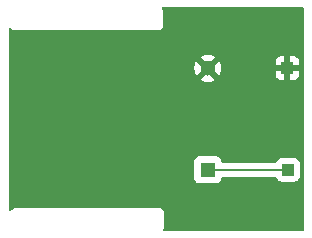
<source format=gbr>
%TF.GenerationSoftware,KiCad,Pcbnew,9.0.4*%
%TF.CreationDate,2026-01-08T18:44:24+01:00*%
%TF.ProjectId,Piezo_Energy_Harvester,5069657a-6f5f-4456-9e65-7267795f4861,rev?*%
%TF.SameCoordinates,Original*%
%TF.FileFunction,Copper,L2,Bot*%
%TF.FilePolarity,Positive*%
%FSLAX46Y46*%
G04 Gerber Fmt 4.6, Leading zero omitted, Abs format (unit mm)*
G04 Created by KiCad (PCBNEW 9.0.4) date 2026-01-08 18:44:24*
%MOMM*%
%LPD*%
G01*
G04 APERTURE LIST*
%TA.AperFunction,SMDPad,CuDef*%
%ADD10R,1.000000X1.000000*%
%TD*%
%TA.AperFunction,ComponentPad*%
%ADD11R,1.300000X1.300000*%
%TD*%
%TA.AperFunction,ComponentPad*%
%ADD12C,1.300000*%
%TD*%
%TA.AperFunction,ViaPad*%
%ADD13C,0.600000*%
%TD*%
%TA.AperFunction,Conductor*%
%ADD14C,0.200000*%
%TD*%
G04 APERTURE END LIST*
D10*
%TO.P,,3,Pin_1*%
%TO.N,+3.3V*%
X172950000Y-106100000D03*
%TD*%
D11*
%TO.P,C5,1*%
%TO.N,+3.3V*%
X166170000Y-106110000D03*
D12*
%TO.P,C5,2*%
%TO.N,GND*%
X166170000Y-97510000D03*
%TD*%
D10*
%TO.P,,4,Pin_1*%
%TO.N,GND*%
X172900000Y-97500000D03*
%TD*%
D13*
%TO.N,GND*%
X163700000Y-99100000D03*
X157050000Y-97750000D03*
X157600000Y-96900000D03*
X156700000Y-96650000D03*
X157450000Y-100300000D03*
X158700000Y-108250000D03*
X168900000Y-95400000D03*
X164600000Y-107750000D03*
X164700000Y-94400000D03*
X159050000Y-107250000D03*
X156800000Y-104150000D03*
X163250000Y-102650000D03*
X161600000Y-100750000D03*
X166650000Y-101400000D03*
X156900000Y-101450000D03*
X169750000Y-99800000D03*
X161750000Y-105400000D03*
X162850000Y-106500000D03*
X160250000Y-99850000D03*
X155950000Y-99950000D03*
X161500000Y-98900000D03*
X150300000Y-101000000D03*
X159450000Y-106400000D03*
X150050000Y-99600000D03*
%TD*%
D14*
%TO.N,+3.3V*%
X166180000Y-106100000D02*
X172950000Y-106100000D01*
X166170000Y-106110000D02*
X166180000Y-106100000D01*
%TD*%
%TA.AperFunction,Conductor*%
%TO.N,GND*%
G36*
X174242539Y-92320185D02*
G01*
X174288294Y-92372989D01*
X174299500Y-92424500D01*
X174299500Y-111175500D01*
X174279815Y-111242539D01*
X174227011Y-111288294D01*
X174175500Y-111299500D01*
X162454315Y-111299500D01*
X162387276Y-111279815D01*
X162341521Y-111227011D01*
X162331577Y-111157853D01*
X162346928Y-111113499D01*
X162350497Y-111107316D01*
X162350500Y-111107314D01*
X162416392Y-110993186D01*
X162450500Y-110865892D01*
X162450500Y-109734108D01*
X162416392Y-109606814D01*
X162350500Y-109492686D01*
X162257314Y-109399500D01*
X162200250Y-109366554D01*
X162143187Y-109333608D01*
X162079539Y-109316554D01*
X162015892Y-109299500D01*
X150015892Y-109299500D01*
X149884108Y-109299500D01*
X149756812Y-109333608D01*
X149642686Y-109399500D01*
X149642683Y-109399502D01*
X149549502Y-109492683D01*
X149549500Y-109492686D01*
X149531887Y-109523193D01*
X149481319Y-109571408D01*
X149412712Y-109584630D01*
X149347848Y-109558662D01*
X149307320Y-109501748D01*
X149300500Y-109461192D01*
X149300500Y-105412135D01*
X165019500Y-105412135D01*
X165019500Y-106807870D01*
X165019501Y-106807876D01*
X165025908Y-106867483D01*
X165076202Y-107002328D01*
X165076206Y-107002335D01*
X165162452Y-107117544D01*
X165162455Y-107117547D01*
X165277664Y-107203793D01*
X165277671Y-107203797D01*
X165412517Y-107254091D01*
X165412516Y-107254091D01*
X165419444Y-107254835D01*
X165472127Y-107260500D01*
X166867872Y-107260499D01*
X166927483Y-107254091D01*
X167062331Y-107203796D01*
X167177546Y-107117546D01*
X167263796Y-107002331D01*
X167314091Y-106867483D01*
X167320138Y-106811244D01*
X167346876Y-106746693D01*
X167404269Y-106706845D01*
X167443427Y-106700500D01*
X171867209Y-106700500D01*
X171934248Y-106720185D01*
X171980003Y-106772989D01*
X171983391Y-106781167D01*
X172006202Y-106842328D01*
X172006206Y-106842335D01*
X172092452Y-106957544D01*
X172092455Y-106957547D01*
X172207664Y-107043793D01*
X172207671Y-107043797D01*
X172342517Y-107094091D01*
X172342516Y-107094091D01*
X172349444Y-107094835D01*
X172402127Y-107100500D01*
X173497872Y-107100499D01*
X173557483Y-107094091D01*
X173692331Y-107043796D01*
X173807546Y-106957546D01*
X173893796Y-106842331D01*
X173944091Y-106707483D01*
X173950500Y-106647873D01*
X173950499Y-105552128D01*
X173944091Y-105492517D01*
X173939353Y-105479815D01*
X173893797Y-105357671D01*
X173893793Y-105357664D01*
X173807547Y-105242455D01*
X173807544Y-105242452D01*
X173692335Y-105156206D01*
X173692328Y-105156202D01*
X173557482Y-105105908D01*
X173557483Y-105105908D01*
X173497883Y-105099501D01*
X173497881Y-105099500D01*
X173497873Y-105099500D01*
X173497864Y-105099500D01*
X172402129Y-105099500D01*
X172402123Y-105099501D01*
X172342516Y-105105908D01*
X172207671Y-105156202D01*
X172207664Y-105156206D01*
X172092455Y-105242452D01*
X172092452Y-105242455D01*
X172006206Y-105357664D01*
X172006202Y-105357671D01*
X171983391Y-105418833D01*
X171941520Y-105474767D01*
X171876056Y-105499184D01*
X171867209Y-105499500D01*
X167441276Y-105499500D01*
X167374237Y-105479815D01*
X167328482Y-105427011D01*
X167317986Y-105388752D01*
X167314091Y-105352516D01*
X167263797Y-105217671D01*
X167263793Y-105217664D01*
X167177547Y-105102455D01*
X167177544Y-105102452D01*
X167062335Y-105016206D01*
X167062328Y-105016202D01*
X166927482Y-104965908D01*
X166927483Y-104965908D01*
X166867883Y-104959501D01*
X166867881Y-104959500D01*
X166867873Y-104959500D01*
X166867864Y-104959500D01*
X165472129Y-104959500D01*
X165472123Y-104959501D01*
X165412516Y-104965908D01*
X165277671Y-105016202D01*
X165277664Y-105016206D01*
X165162455Y-105102452D01*
X165162452Y-105102455D01*
X165076206Y-105217664D01*
X165076202Y-105217671D01*
X165025908Y-105352517D01*
X165019501Y-105412116D01*
X165019500Y-105412135D01*
X149300500Y-105412135D01*
X149300500Y-97419493D01*
X165020000Y-97419493D01*
X165020000Y-97600506D01*
X165048317Y-97779293D01*
X165104251Y-97951444D01*
X165104252Y-97951447D01*
X165186431Y-98112730D01*
X165197913Y-98128532D01*
X165197913Y-98128533D01*
X165770000Y-97556446D01*
X165770000Y-97562661D01*
X165797259Y-97664394D01*
X165849920Y-97755606D01*
X165924394Y-97830080D01*
X166015606Y-97882741D01*
X166117339Y-97910000D01*
X166123553Y-97910000D01*
X165551466Y-98482085D01*
X165551466Y-98482086D01*
X165567267Y-98493566D01*
X165567275Y-98493571D01*
X165728552Y-98575747D01*
X165728555Y-98575748D01*
X165900706Y-98631682D01*
X166079494Y-98660000D01*
X166260506Y-98660000D01*
X166439293Y-98631682D01*
X166611444Y-98575748D01*
X166611452Y-98575745D01*
X166772730Y-98493568D01*
X166788532Y-98482085D01*
X166788533Y-98482085D01*
X166216448Y-97910000D01*
X166222661Y-97910000D01*
X166324394Y-97882741D01*
X166415606Y-97830080D01*
X166490080Y-97755606D01*
X166542741Y-97664394D01*
X166570000Y-97562661D01*
X166570000Y-97556447D01*
X167142085Y-98128532D01*
X167153568Y-98112730D01*
X167186630Y-98047844D01*
X171900000Y-98047844D01*
X171906401Y-98107372D01*
X171906403Y-98107379D01*
X171956645Y-98242086D01*
X171956649Y-98242093D01*
X172042809Y-98357187D01*
X172042812Y-98357190D01*
X172157906Y-98443350D01*
X172157913Y-98443354D01*
X172292620Y-98493596D01*
X172292627Y-98493598D01*
X172352155Y-98499999D01*
X172352172Y-98500000D01*
X172650000Y-98500000D01*
X173150000Y-98500000D01*
X173447828Y-98500000D01*
X173447844Y-98499999D01*
X173507372Y-98493598D01*
X173507379Y-98493596D01*
X173642086Y-98443354D01*
X173642093Y-98443350D01*
X173757187Y-98357190D01*
X173757190Y-98357187D01*
X173843350Y-98242093D01*
X173843354Y-98242086D01*
X173893596Y-98107379D01*
X173893598Y-98107372D01*
X173899999Y-98047844D01*
X173900000Y-98047827D01*
X173900000Y-97750000D01*
X173150000Y-97750000D01*
X173150000Y-98500000D01*
X172650000Y-98500000D01*
X172650000Y-97750000D01*
X171900000Y-97750000D01*
X171900000Y-98047844D01*
X167186630Y-98047844D01*
X167235745Y-97951452D01*
X167235748Y-97951444D01*
X167291682Y-97779293D01*
X167307530Y-97679240D01*
X167320000Y-97600506D01*
X167320000Y-97419493D01*
X167291682Y-97240706D01*
X167235748Y-97068555D01*
X167235745Y-97068548D01*
X167203440Y-97005147D01*
X167203439Y-97005146D01*
X167176439Y-96952155D01*
X171900000Y-96952155D01*
X171900000Y-97250000D01*
X172650000Y-97250000D01*
X173150000Y-97250000D01*
X173900000Y-97250000D01*
X173900000Y-96952172D01*
X173899999Y-96952155D01*
X173893598Y-96892627D01*
X173893596Y-96892620D01*
X173843354Y-96757913D01*
X173843350Y-96757906D01*
X173757190Y-96642812D01*
X173757187Y-96642809D01*
X173642093Y-96556649D01*
X173642086Y-96556645D01*
X173507379Y-96506403D01*
X173507372Y-96506401D01*
X173447844Y-96500000D01*
X173150000Y-96500000D01*
X173150000Y-97250000D01*
X172650000Y-97250000D01*
X172650000Y-96500000D01*
X172352155Y-96500000D01*
X172292627Y-96506401D01*
X172292620Y-96506403D01*
X172157913Y-96556645D01*
X172157906Y-96556649D01*
X172042812Y-96642809D01*
X172042809Y-96642812D01*
X171956649Y-96757906D01*
X171956645Y-96757913D01*
X171906403Y-96892620D01*
X171906401Y-96892627D01*
X171900000Y-96952155D01*
X167176439Y-96952155D01*
X167153571Y-96907275D01*
X167153566Y-96907267D01*
X167142085Y-96891466D01*
X166570000Y-97463551D01*
X166570000Y-97457339D01*
X166542741Y-97355606D01*
X166490080Y-97264394D01*
X166415606Y-97189920D01*
X166324394Y-97137259D01*
X166222661Y-97110000D01*
X166216447Y-97110000D01*
X166788533Y-96537913D01*
X166772730Y-96526431D01*
X166611447Y-96444252D01*
X166611444Y-96444251D01*
X166439293Y-96388317D01*
X166260506Y-96360000D01*
X166079494Y-96360000D01*
X165900706Y-96388317D01*
X165728555Y-96444251D01*
X165728547Y-96444254D01*
X165567269Y-96526432D01*
X165551466Y-96537912D01*
X165551466Y-96537913D01*
X166123554Y-97110000D01*
X166117339Y-97110000D01*
X166015606Y-97137259D01*
X165924394Y-97189920D01*
X165849920Y-97264394D01*
X165797259Y-97355606D01*
X165770000Y-97457339D01*
X165770000Y-97463553D01*
X165197913Y-96891466D01*
X165197912Y-96891466D01*
X165186432Y-96907269D01*
X165104254Y-97068547D01*
X165104251Y-97068555D01*
X165048317Y-97240706D01*
X165020000Y-97419493D01*
X149300500Y-97419493D01*
X149300500Y-94207676D01*
X149320185Y-94140637D01*
X149372989Y-94094882D01*
X149442147Y-94084938D01*
X149505703Y-94113963D01*
X149512181Y-94119995D01*
X149592686Y-94200500D01*
X149706814Y-94266392D01*
X149834108Y-94300500D01*
X149834110Y-94300500D01*
X161965890Y-94300500D01*
X161965892Y-94300500D01*
X162093186Y-94266392D01*
X162207314Y-94200500D01*
X162300500Y-94107314D01*
X162366392Y-93993186D01*
X162400500Y-93865892D01*
X162400500Y-92734108D01*
X162366392Y-92606814D01*
X162300500Y-92492686D01*
X162300497Y-92492683D01*
X162296928Y-92486501D01*
X162280455Y-92418601D01*
X162303307Y-92352574D01*
X162358228Y-92309383D01*
X162404315Y-92300500D01*
X174175500Y-92300500D01*
X174242539Y-92320185D01*
G37*
%TD.AperFunction*%
%TD*%
M02*

</source>
